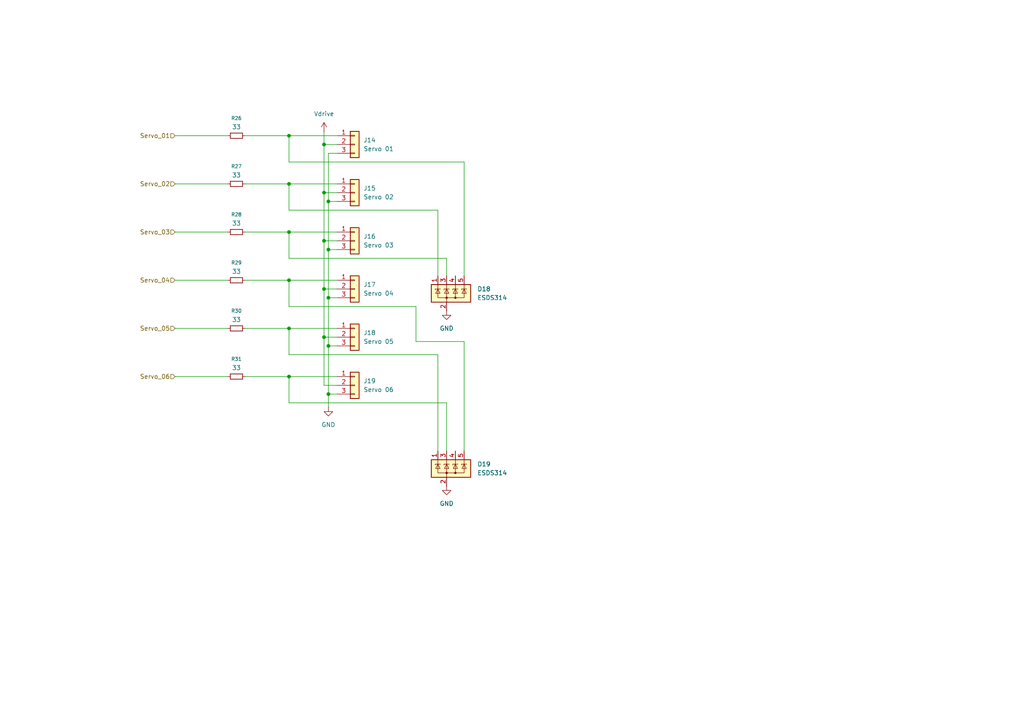
<source format=kicad_sch>
(kicad_sch (version 20250114) (generator "eeschema") (generator_version "9.0")
  (paper "A4")
  (lib_symbols
    (symbol "Connector_Generic:Conn_01x03" (pin_names (offset 1.016) (hide yes))
      (property "Reference" "J" (at 0 5.08 0))
      (property "Value" "Conn_01x03" (at 0 -5.08 0))
      (symbol "Conn_01x03_1_1"
        (rectangle (start -1.27 3.81) (end 1.27 -3.81) (stroke (width 0.254)) (fill (type background)))
        (rectangle (start -1.27 2.667) (end 0 2.413) (stroke (width 0.1524)))
        (rectangle (start -1.27 0.127) (end 0 -0.127) (stroke (width 0.1524)))
        (rectangle (start -1.27 -2.413) (end 0 -2.667) (stroke (width 0.1524)))
        (pin passive line (at -5.08 2.54 0) (length 3.81) (name "Pin_1") (number "1"))
        (pin passive line (at -5.08 0 0) (length 3.81) (name "Pin_2") (number "2"))
        (pin passive line (at -5.08 -2.54 0) (length 3.81) (name "Pin_3") (number "3"))
      )
    )
    (symbol "Device:R_Small" (pin_numbers (hide yes)) (pin_names (offset 0.254) (hide yes))
      (property "Reference" "R" (at 0 0 90))
      (property "Value" "R_Small" (at 1.778 0 90))
      (symbol "R_Small_0_1"
        (rectangle (start -0.762 1.778) (end 0.762 -1.778) (stroke (width 0.2032)))
      )
      (symbol "R_Small_1_1"
        (pin passive line (at 0 2.54 270) (length 0.762) (name "~") (number "1"))
        (pin passive line (at 0 -2.54 90) (length 0.762) (name "~") (number "2"))
      )
    )
    (symbol "Power_Protection:ESDS304" (pin_names (hide yes))
      (property "Reference" "D" (at 7.62 2.54 0))
      (property "Value" "ESDS304" (at 7.62 0.635 0))
      (symbol "ESDS304_0_0"
        (pin passive line (at 0 -5.08 90) (length 2.54) (name "A") (number "2"))
      )
      (symbol "ESDS304_0_1"
        (rectangle (start -4.445 2.54) (end 6.985 -2.54) (stroke (width 0.254)) (fill (type background)))
        (polyline (pts (xy -3.302 1.016) (xy -3.302 1.27) (xy -1.778 1.27)))
        (polyline (pts (xy -2.54 2.54) (xy -2.54 1.27)))
        (polyline (pts (xy -2.54 1.27) (xy -2.54 -1.27) (xy 2.54 -1.27) (xy 2.54 1.27)))
        (polyline (pts (xy -2.54 1.27) (xy -1.905 0) (xy -3.175 0) (xy -2.54 1.27)))
        (polyline (pts (xy 0 2.54) (xy 0 1.27)))
        (polyline (pts (xy 0 -1.27) (xy 0 1.27)))
        (polyline (pts (xy 0 -1.27) (xy 0 -2.54)))
        (circle (center 0 -1.27) (radius 0.254) (fill (type outline)))
        (polyline (pts (xy 0.635 0) (xy -0.635 0) (xy 0 1.27) (xy 0.635 0)))
        (polyline (pts (xy 0.762 1.27) (xy -0.762 1.27) (xy -0.762 1.016)))
        (polyline (pts (xy 1.778 1.016) (xy 1.778 1.27) (xy 3.175 1.27) (xy 3.302 1.27)))
        (polyline (pts (xy 2.54 2.54) (xy 2.54 1.27)))
        (polyline (pts (xy 2.54 1.27) (xy 1.905 0) (xy 3.175 0) (xy 2.54 1.27)))
        (circle (center 2.54 -1.27) (radius 0.254) (fill (type outline)))
        (polyline (pts (xy 4.318 1.016) (xy 4.318 1.27) (xy 5.715 1.27) (xy 5.842 1.27)))
        (polyline (pts (xy 5.08 2.54) (xy 5.08 1.27)))
        (polyline (pts (xy 5.08 1.27) (xy 5.08 -1.27) (xy 2.54 -1.27)))
        (polyline (pts (xy 5.08 1.27) (xy 4.445 0) (xy 5.715 0) (xy 5.08 1.27)))
      )
      (symbol "ESDS304_1_1"
        (pin passive line (at -2.54 5.08 270) (length 2.54) (name "K") (number "1"))
        (pin passive line (at 0 5.08 270) (length 2.54) (name "K") (number "3"))
        (pin passive line (at 2.54 5.08 270) (length 2.54) (name "K") (number "4"))
        (pin passive line (at 5.08 5.08 270) (length 2.54) (name "K") (number "5"))
      )
    )
    (symbol "power:GND" (power) (pin_numbers (hide yes)) (pin_names (offset 0) (hide yes))
      (property "Value" "GND" (at 0 -3.81 0))
      (symbol "GND_0_1"
        (polyline (pts (xy 0 0) (xy 0 -1.27) (xy 1.27 -1.27) (xy 0 -2.54) (xy -1.27 -1.27) (xy 0 -1.27)))
      )
      (symbol "GND_1_1"
        (pin power_in line (at 0 0 270) (length 0) (name "~") (number "1"))
      )
    )
    (symbol "power:Vdrive" (power) (pin_numbers (hide yes)) (pin_names (offset 0) (hide yes))
      (property "Value" "Vdrive" (at 0 3.556 0))
      (symbol "Vdrive_0_1"
        (polyline (pts (xy -0.762 1.27) (xy 0 2.54)))
        (polyline (pts (xy 0 2.54) (xy 0.762 1.27)))
        (polyline (pts (xy 0 0) (xy 0 2.54)))
      )
      (symbol "Vdrive_1_1"
        (pin power_in line (at 0 0 90) (length 0) (name "~") (number "1"))
      )
    )
  )
  (junction (at 83.82 95.25))
  (junction (at 93.98 41.91))
  (junction (at 95.25 100.33))
  (junction (at 83.82 53.34))
  (junction (at 83.82 39.37))
  (junction (at 83.82 81.28))
  (junction (at 93.98 69.85))
  (junction (at 83.82 109.22))
  (junction (at 93.98 83.82))
  (junction (at 95.25 72.39))
  (junction (at 95.25 114.3))
  (junction (at 93.98 55.88))
  (junction (at 95.25 86.36))
  (junction (at 95.25 58.42))
  (junction (at 93.98 97.79))
  (junction (at 83.82 67.31))
  (wire (pts (xy 95.25 114.3) (xy 95.25 118.11)))
  (wire (pts (xy 97.79 72.39) (xy 95.25 72.39)))
  (wire (pts (xy 95.25 100.33) (xy 95.25 114.3)))
  (wire (pts (xy 95.25 58.42) (xy 95.25 72.39)))
  (wire (pts (xy 97.79 86.36) (xy 95.25 86.36)))
  (wire (pts (xy 83.82 81.28) (xy 97.79 81.28)))
  (wire (pts (xy 127 102.87) (xy 127 130.81)))
  (wire (pts (xy 93.98 97.79) (xy 93.98 111.76)))
  (wire (pts (xy 50.8 39.37) (xy 66.04 39.37)))
  (wire (pts (xy 83.82 81.28) (xy 83.82 88.9)))
  (wire (pts (xy 71.12 81.28) (xy 83.82 81.28)))
  (wire (pts (xy 134.62 46.99) (xy 134.62 80.01)))
  (wire (pts (xy 83.82 102.87) (xy 127 102.87)))
  (wire (pts (xy 83.82 46.99) (xy 134.62 46.99)))
  (wire (pts (xy 97.79 69.85) (xy 93.98 69.85)))
  (wire (pts (xy 129.54 116.84) (xy 129.54 130.81)))
  (wire (pts (xy 50.8 95.25) (xy 66.04 95.25)))
  (wire (pts (xy 93.98 41.91) (xy 93.98 38.1)))
  (wire (pts (xy 127 60.96) (xy 127 80.01)))
  (wire (pts (xy 83.82 53.34) (xy 97.79 53.34)))
  (wire (pts (xy 71.12 39.37) (xy 83.82 39.37)))
  (wire (pts (xy 50.8 53.34) (xy 66.04 53.34)))
  (wire (pts (xy 97.79 100.33) (xy 95.25 100.33)))
  (wire (pts (xy 95.25 72.39) (xy 95.25 86.36)))
  (wire (pts (xy 93.98 83.82) (xy 93.98 97.79)))
  (wire (pts (xy 134.62 130.81) (xy 134.62 99.06)))
  (wire (pts (xy 97.79 114.3) (xy 95.25 114.3)))
  (wire (pts (xy 71.12 95.25) (xy 83.82 95.25)))
  (wire (pts (xy 83.82 116.84) (xy 129.54 116.84)))
  (wire (pts (xy 71.12 53.34) (xy 83.82 53.34)))
  (wire (pts (xy 83.82 39.37) (xy 97.79 39.37)))
  (wire (pts (xy 134.62 99.06) (xy 120.65 99.06)))
  (wire (pts (xy 83.82 95.25) (xy 97.79 95.25)))
  (wire (pts (xy 95.25 44.45) (xy 97.79 44.45)))
  (wire (pts (xy 83.82 39.37) (xy 83.82 46.99)))
  (wire (pts (xy 93.98 41.91) (xy 93.98 55.88)))
  (wire (pts (xy 50.8 109.22) (xy 66.04 109.22)))
  (wire (pts (xy 120.65 99.06) (xy 120.65 88.9)))
  (wire (pts (xy 71.12 67.31) (xy 83.82 67.31)))
  (wire (pts (xy 50.8 67.31) (xy 66.04 67.31)))
  (wire (pts (xy 83.82 95.25) (xy 83.82 102.87)))
  (wire (pts (xy 93.98 55.88) (xy 93.98 69.85)))
  (wire (pts (xy 71.12 109.22) (xy 83.82 109.22)))
  (wire (pts (xy 97.79 83.82) (xy 93.98 83.82)))
  (wire (pts (xy 83.82 53.34) (xy 83.82 60.96)))
  (wire (pts (xy 95.25 44.45) (xy 95.25 58.42)))
  (wire (pts (xy 83.82 109.22) (xy 83.82 116.84)))
  (wire (pts (xy 129.54 74.93) (xy 129.54 80.01)))
  (wire (pts (xy 83.82 60.96) (xy 127 60.96)))
  (wire (pts (xy 50.8 81.28) (xy 66.04 81.28)))
  (wire (pts (xy 83.82 67.31) (xy 83.82 74.93)))
  (wire (pts (xy 83.82 74.93) (xy 129.54 74.93)))
  (wire (pts (xy 97.79 41.91) (xy 93.98 41.91)))
  (wire (pts (xy 83.82 67.31) (xy 97.79 67.31)))
  (wire (pts (xy 97.79 55.88) (xy 93.98 55.88)))
  (wire (pts (xy 97.79 58.42) (xy 95.25 58.42)))
  (wire (pts (xy 83.82 109.22) (xy 97.79 109.22)))
  (wire (pts (xy 93.98 69.85) (xy 93.98 83.82)))
  (wire (pts (xy 120.65 88.9) (xy 83.82 88.9)))
  (wire (pts (xy 97.79 111.76) (xy 93.98 111.76)))
  (wire (pts (xy 95.25 86.36) (xy 95.25 100.33)))
  (wire (pts (xy 97.79 97.79) (xy 93.98 97.79)))
  (hierarchical_label "Servo_01" (shape input) (at 50.8 39.37 180))
  (hierarchical_label "Servo_02" (shape input) (at 50.8 53.34 180))
  (hierarchical_label "Servo_06" (shape input) (at 50.8 109.22 180))
  (hierarchical_label "Servo_03" (shape input) (at 50.8 67.31 180))
  (hierarchical_label "Servo_05" (shape input) (at 50.8 95.25 180))
  (hierarchical_label "Servo_04" (shape input) (at 50.8 81.28 180))
  (symbol (lib_id "Device:R_Small") (at 68.58 67.31 90) (unit 1)
    (property "Reference" "R28" (at 68.58 62.23 90) (effects (font (size 1.016 1.016))))
    (property "Value" "33" (at 68.58 64.77 90))
    (property "Footprint" "Resistor_SMD:R_0603_1608Metric" (effects (hide yes)))
    (property "Description" "Resistor, small symbol" (effects (hide yes)))
  )
  (symbol (lib_id "Connector_Generic:Conn_01x03") (at 102.87 111.76 0) (unit 1)
    (property "Reference" "J19" (at 105.41 110.4899 0) (effects (justify left)))
    (property "Value" "Servo 06" (at 105.41 113.0299 0) (effects (justify left)))
    (property "Footprint" "Connector_PinHeader_2.54mm:PinHeader_1x03_P2.54mm_Vertical" (effects (hide yes)))
    (property "Description" "Generic connector, single row, 01x03, script generated (kicad-library-utils/schlib/autogen/connector/)" (effects (hide yes)))
  )
  (symbol (lib_id "power:GND") (at 129.54 140.97 0) (unit 1)
    (property "Reference" "#PWR0112" (effects (hide yes)))
    (property "Value" "GND" (at 129.54 146.05 0))
    (property "Description" "Power symbol creates a global label with name \"GND\" , ground" (effects (hide yes)))
  )
  (symbol (lib_id "Connector_Generic:Conn_01x03") (at 102.87 69.85 0) (unit 1)
    (property "Reference" "J16" (at 105.41 68.5799 0) (effects (justify left)))
    (property "Value" "Servo 03" (at 105.41 71.1199 0) (effects (justify left)))
    (property "Footprint" "Connector_PinHeader_2.54mm:PinHeader_1x03_P2.54mm_Vertical" (effects (hide yes)))
    (property "Description" "Generic connector, single row, 01x03, script generated (kicad-library-utils/schlib/autogen/connector/)" (effects (hide yes)))
  )
  (symbol (lib_id "power:GND") (at 129.54 90.17 0) (unit 1)
    (property "Reference" "#PWR0110" (effects (hide yes)))
    (property "Value" "GND" (at 129.54 95.25 0))
    (property "Description" "Power symbol creates a global label with name \"GND\" , ground" (effects (hide yes)))
  )
  (symbol (lib_id "Device:R_Small") (at 68.58 109.22 90) (unit 1)
    (property "Reference" "R31" (at 68.58 104.14 90) (effects (font (size 1.016 1.016))))
    (property "Value" "33" (at 68.58 106.68 90))
    (property "Footprint" "Resistor_SMD:R_0603_1608Metric" (effects (hide yes)))
    (property "Description" "Resistor, small symbol" (effects (hide yes)))
  )
  (symbol (lib_id "Power_Protection:ESDS304") (at 129.54 135.89 0) (unit 1)
    (property "Reference" "D19" (at 138.43 134.6199 0) (effects (justify left)))
    (property "Value" "ESDS314" (at 138.43 137.1599 0) (effects (justify left)))
    (property "Footprint" "Package_TO_SOT_SMD:SOT-23-5" (effects (hide yes)))
    (property "Datasheet" "https://www.ti.com/lit/ds/symlink/esds311.pdf?ts=1709153020911&ref_url=https%253A%252F%252Fwww.ti.com%252Fsitesearch%252Fen-us%252Fdocs%252Funiversalsearch.tsp%253FlangPref%253Den-US%2526searchTerm%253DESDS311DYFR%2526nr%253D0" (effects (hide yes)))
    (property "Description" "4-channel 1Gbps TVS Diode Array, 2.3pF, 4.5V breakdown, 30kV contact & air gap, SOT-23-5" (effects (hide yes)))
  )
  (symbol (lib_id "Connector_Generic:Conn_01x03") (at 102.87 41.91 0) (unit 1)
    (property "Reference" "J14" (at 105.41 40.6399 0) (effects (justify left)))
    (property "Value" "Servo 01" (at 105.41 43.1799 0) (effects (justify left)))
    (property "Footprint" "Connector_PinHeader_2.54mm:PinHeader_1x03_P2.54mm_Vertical" (effects (hide yes)))
    (property "Description" "Generic connector, single row, 01x03, script generated (kicad-library-utils/schlib/autogen/connector/)" (effects (hide yes)))
  )
  (symbol (lib_id "Connector_Generic:Conn_01x03") (at 102.87 83.82 0) (unit 1)
    (property "Reference" "J17" (at 105.41 82.5499 0) (effects (justify left)))
    (property "Value" "Servo 04" (at 105.41 85.0899 0) (effects (justify left)))
    (property "Footprint" "Connector_PinHeader_2.54mm:PinHeader_1x03_P2.54mm_Vertical" (effects (hide yes)))
    (property "Description" "Generic connector, single row, 01x03, script generated (kicad-library-utils/schlib/autogen/connector/)" (effects (hide yes)))
  )
  (symbol (lib_id "Device:R_Small") (at 68.58 95.25 90) (unit 1)
    (property "Reference" "R30" (at 68.58 90.17 90) (effects (font (size 1.016 1.016))))
    (property "Value" "33" (at 68.58 92.71 90))
    (property "Footprint" "Resistor_SMD:R_0603_1608Metric" (effects (hide yes)))
    (property "Description" "Resistor, small symbol" (effects (hide yes)))
  )
  (symbol (lib_id "Device:R_Small") (at 68.58 39.37 90) (unit 1)
    (property "Reference" "R26" (at 68.58 34.29 90) (effects (font (size 1.016 1.016))))
    (property "Value" "33" (at 68.58 36.83 90))
    (property "Footprint" "Resistor_SMD:R_0603_1608Metric" (effects (hide yes)))
    (property "Description" "Resistor, small symbol" (effects (hide yes)))
  )
  (symbol (lib_id "Device:R_Small") (at 68.58 81.28 90) (unit 1)
    (property "Reference" "R29" (at 68.58 76.2 90) (effects (font (size 1.016 1.016))))
    (property "Value" "33" (at 68.58 78.74 90))
    (property "Footprint" "Resistor_SMD:R_0603_1608Metric" (effects (hide yes)))
    (property "Description" "Resistor, small symbol" (effects (hide yes)))
  )
  (symbol (lib_id "power:GND") (at 95.25 118.11 0) (unit 1)
    (property "Reference" "#PWR0111" (effects (hide yes)))
    (property "Value" "GND" (at 95.25 123.19 0))
    (property "Description" "Power symbol creates a global label with name \"GND\" , ground" (effects (hide yes)))
  )
  (symbol (lib_id "Device:R_Small") (at 68.58 53.34 90) (unit 1)
    (property "Reference" "R27" (at 68.58 48.26 90) (effects (font (size 1.016 1.016))))
    (property "Value" "33" (at 68.58 50.8 90))
    (property "Footprint" "Resistor_SMD:R_0603_1608Metric" (effects (hide yes)))
    (property "Description" "Resistor, small symbol" (effects (hide yes)))
  )
  (symbol (lib_id "Connector_Generic:Conn_01x03") (at 102.87 55.88 0) (unit 1)
    (property "Reference" "J15" (at 105.41 54.6099 0) (effects (justify left)))
    (property "Value" "Servo 02" (at 105.41 57.1499 0) (effects (justify left)))
    (property "Footprint" "Connector_PinHeader_2.54mm:PinHeader_1x03_P2.54mm_Vertical" (effects (hide yes)))
    (property "Description" "Generic connector, single row, 01x03, script generated (kicad-library-utils/schlib/autogen/connector/)" (effects (hide yes)))
  )
  (symbol (lib_id "Connector_Generic:Conn_01x03") (at 102.87 97.79 0) (unit 1)
    (property "Reference" "J18" (at 105.41 96.5199 0) (effects (justify left)))
    (property "Value" "Servo 05" (at 105.41 99.0599 0) (effects (justify left)))
    (property "Footprint" "Connector_PinHeader_2.54mm:PinHeader_1x03_P2.54mm_Vertical" (effects (hide yes)))
    (property "Description" "Generic connector, single row, 01x03, script generated (kicad-library-utils/schlib/autogen/connector/)" (effects (hide yes)))
  )
  (symbol (lib_id "power:Vdrive") (at 93.98 38.1 0) (unit 1)
    (property "Reference" "#PWR0109" (effects (hide yes)))
    (property "Value" "Vdrive" (at 93.98 33.02 0))
    (property "Description" "Power symbol creates a global label with name \"Vdrive\"" (effects (hide yes)))
  )
  (symbol (lib_id "Power_Protection:ESDS304") (at 129.54 85.09 0) (unit 1)
    (property "Reference" "D18" (at 138.43 83.8199 0) (effects (justify left)))
    (property "Value" "ESDS314" (at 138.43 86.3599 0) (effects (justify left)))
    (property "Footprint" "Package_TO_SOT_SMD:SOT-23-5" (effects (hide yes)))
    (property "Datasheet" "https://www.ti.com/lit/ds/symlink/esds311.pdf?ts=1709153020911&ref_url=https%253A%252F%252Fwww.ti.com%252Fsitesearch%252Fen-us%252Fdocs%252Funiversalsearch.tsp%253FlangPref%253Den-US%2526searchTerm%253DESDS311DYFR%2526nr%253D0" (effects (hide yes)))
    (property "Description" "4-channel 1Gbps TVS Diode Array, 2.3pF, 4.5V breakdown, 30kV contact & air gap, SOT-23-5" (effects (hide yes)))
  )
)
</source>
